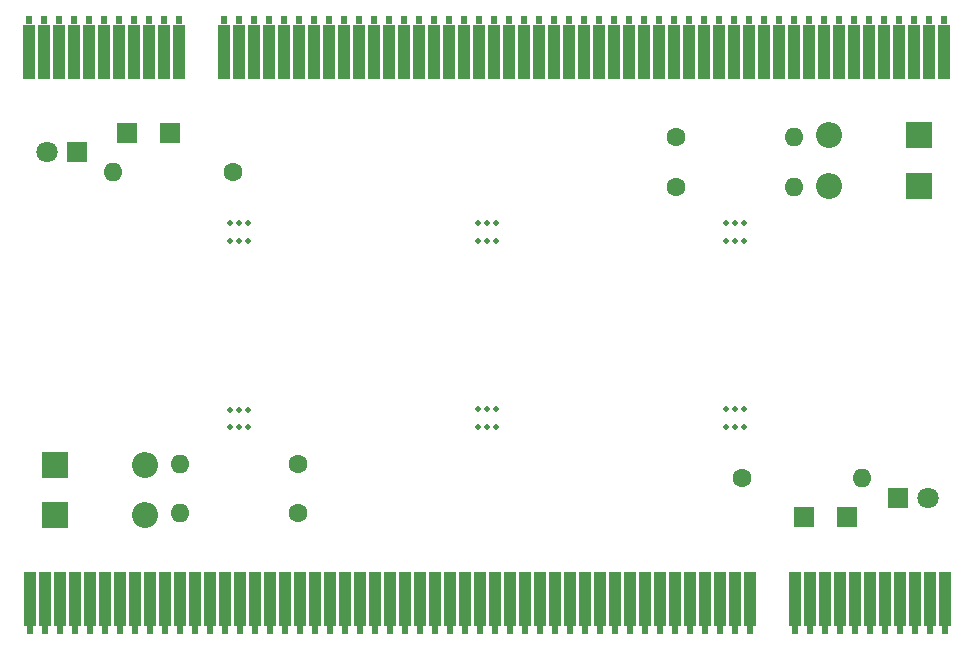
<source format=gbr>
%TF.GenerationSoftware,KiCad,Pcbnew,7.0.7*%
%TF.CreationDate,2023-11-02T08:16:26-05:00*%
%TF.ProjectId,PCI Blaster Mouse Bites,50434920-426c-4617-9374-6572204d6f75,rev?*%
%TF.SameCoordinates,Original*%
%TF.FileFunction,Soldermask,Bot*%
%TF.FilePolarity,Negative*%
%FSLAX46Y46*%
G04 Gerber Fmt 4.6, Leading zero omitted, Abs format (unit mm)*
G04 Created by KiCad (PCBNEW 7.0.7) date 2023-11-02 08:16:26*
%MOMM*%
%LPD*%
G01*
G04 APERTURE LIST*
%ADD10C,0.500000*%
%ADD11R,2.200000X2.200000*%
%ADD12O,2.200000X2.200000*%
%ADD13C,1.600000*%
%ADD14O,1.600000X1.600000*%
%ADD15R,1.020000X4.570000*%
%ADD16R,0.510000X0.760000*%
%ADD17R,1.700000X1.700000*%
%ADD18R,1.800000X1.800000*%
%ADD19C,1.800000*%
G04 APERTURE END LIST*
D10*
%TO.C,mouse-bite-2mm-slot*%
X154750000Y-79220000D03*
X154750000Y-77720000D03*
X154000000Y-79220000D03*
X154000000Y-77720000D03*
X153250000Y-79220000D03*
X153250000Y-77720000D03*
%TD*%
%TO.C,mouse-bite-2mm-slot*%
X175750000Y-79180000D03*
X175750000Y-77680000D03*
X175000000Y-79180000D03*
X175000000Y-77680000D03*
X174250000Y-79180000D03*
X174250000Y-77680000D03*
%TD*%
D11*
%TO.C,D1*%
X190583000Y-74527000D03*
D12*
X182963000Y-74527000D03*
%TD*%
D11*
%TO.C,D2*%
X190583000Y-70277000D03*
D12*
X182963000Y-70277000D03*
%TD*%
D13*
%TO.C,C2*%
X169998000Y-74602000D03*
D14*
X179998000Y-74602000D03*
%TD*%
D13*
%TO.C,C1*%
X169998000Y-70442000D03*
D14*
X179998000Y-70442000D03*
%TD*%
D10*
%TO.C,mouse-bite-2mm-slot*%
X133750000Y-79220000D03*
X133750000Y-77720000D03*
X133000000Y-79220000D03*
X133000000Y-77720000D03*
X132250000Y-79220000D03*
X132250000Y-77720000D03*
%TD*%
D15*
%TO.C,J1*%
X192683000Y-63172000D03*
D16*
X192683000Y-60512000D03*
D15*
X191413000Y-63172000D03*
D16*
X191413000Y-60512000D03*
D15*
X190153000Y-63172000D03*
D16*
X190153000Y-60512000D03*
D15*
X188873000Y-63172000D03*
D16*
X188873000Y-60512000D03*
D15*
X187603000Y-63172000D03*
D16*
X187603000Y-60512000D03*
D15*
X186333000Y-63172000D03*
D16*
X186333000Y-60512000D03*
D15*
X185063000Y-63172000D03*
D16*
X185063000Y-60512000D03*
D15*
X183793000Y-63172000D03*
D16*
X183793000Y-60512000D03*
D15*
X182523000Y-63172000D03*
D16*
X182523000Y-60512000D03*
D15*
X181253000Y-63172000D03*
D16*
X181253000Y-60512000D03*
D15*
X179983000Y-63172000D03*
D16*
X179983000Y-60512000D03*
D15*
X178723000Y-63172000D03*
D16*
X178723000Y-60512000D03*
D15*
X177443000Y-63172000D03*
D16*
X177443000Y-60512000D03*
D15*
X176173000Y-63172000D03*
D16*
X176173000Y-60512000D03*
D15*
X174903000Y-63172000D03*
D16*
X174903000Y-60512000D03*
D15*
X173633000Y-63172000D03*
D16*
X173633000Y-60512000D03*
D15*
X172363000Y-63172000D03*
D16*
X172363000Y-60512000D03*
D15*
X171093000Y-63172000D03*
D16*
X171093000Y-60512000D03*
D15*
X169833000Y-63172000D03*
D16*
X169833000Y-60512000D03*
D15*
X168553000Y-63172000D03*
D16*
X168553000Y-60512000D03*
D15*
X167293000Y-63172000D03*
D16*
X167293000Y-60512000D03*
D15*
X166013000Y-63172000D03*
D16*
X166013000Y-60512000D03*
D15*
X164743000Y-63172000D03*
D16*
X164743000Y-60512000D03*
D15*
X163473000Y-63172000D03*
D16*
X163473000Y-60512000D03*
D15*
X162203000Y-63172000D03*
D16*
X162203000Y-60512000D03*
D15*
X160933000Y-63172000D03*
D16*
X160933000Y-60512000D03*
D15*
X159663000Y-63172000D03*
D16*
X159663000Y-60512000D03*
D15*
X158393000Y-63172000D03*
D16*
X158393000Y-60512000D03*
D15*
X157123000Y-63172000D03*
D16*
X157123000Y-60512000D03*
D15*
X155853000Y-63172000D03*
D16*
X155853000Y-60512000D03*
D15*
X154583000Y-63172000D03*
D16*
X154583000Y-60512000D03*
D15*
X153313000Y-63172000D03*
D16*
X153313000Y-60512000D03*
D15*
X152043000Y-63172000D03*
D16*
X152043000Y-60512000D03*
D15*
X150773000Y-63172000D03*
D16*
X150773000Y-60512000D03*
D15*
X149503000Y-63172000D03*
D16*
X149503000Y-60512000D03*
D15*
X148233000Y-63172000D03*
D16*
X148233000Y-60512000D03*
D15*
X146963000Y-63172000D03*
D16*
X146963000Y-60512000D03*
D15*
X145693000Y-63172000D03*
D16*
X145693000Y-60512000D03*
D15*
X144423000Y-63172000D03*
D16*
X144423000Y-60512000D03*
D15*
X143153000Y-63172000D03*
D16*
X143153000Y-60512000D03*
D15*
X141883000Y-63172000D03*
D16*
X141883000Y-60512000D03*
D15*
X140613000Y-63172000D03*
D16*
X140613000Y-60512000D03*
D15*
X139343000Y-63172000D03*
D16*
X139343000Y-60512000D03*
D15*
X138073000Y-63172000D03*
D16*
X138073000Y-60512000D03*
D15*
X136803000Y-63172000D03*
D16*
X136803000Y-60512000D03*
D15*
X135533000Y-63172000D03*
D16*
X135533000Y-60512000D03*
D15*
X134263000Y-63172000D03*
D16*
X134263000Y-60512000D03*
D15*
X132993000Y-63172000D03*
D16*
X132993000Y-60512000D03*
D15*
X131723000Y-63172000D03*
D16*
X131723000Y-60512000D03*
D15*
X127913000Y-63172000D03*
D16*
X127913000Y-60512000D03*
D15*
X126643000Y-63172000D03*
D16*
X126643000Y-60512000D03*
D15*
X125373000Y-63172000D03*
D16*
X125373000Y-60512000D03*
D15*
X124103000Y-63172000D03*
D16*
X124103000Y-60512000D03*
D15*
X122833000Y-63172000D03*
D16*
X122833000Y-60512000D03*
D15*
X121563000Y-63172000D03*
D16*
X121563000Y-60512000D03*
D15*
X120293000Y-63172000D03*
D16*
X120293000Y-60512000D03*
D15*
X119023000Y-63172000D03*
D16*
X119023000Y-60512000D03*
D15*
X117753000Y-63172000D03*
D16*
X117753000Y-60512000D03*
D15*
X116483000Y-63172000D03*
D16*
X116483000Y-60512000D03*
D15*
X115223000Y-63172000D03*
D16*
X115223000Y-60512000D03*
%TD*%
D17*
%TO.C,TP2*%
X123523000Y-70057000D03*
%TD*%
%TO.C,TP1*%
X127173000Y-70097000D03*
%TD*%
D13*
%TO.C,R1*%
X132458000Y-73402000D03*
D14*
X122298000Y-73402000D03*
%TD*%
D18*
%TO.C,+3.3V*%
X119258000Y-71652000D03*
D19*
X116718000Y-71652000D03*
%TD*%
D10*
%TO.C,mouse-bite-2mm-slot*%
X154000000Y-93440000D03*
X154000000Y-94940000D03*
X154750000Y-93440000D03*
X153250000Y-93440000D03*
X153250000Y-94940000D03*
X154750000Y-94940000D03*
%TD*%
%TO.C,mouse-bite-2mm-slot*%
X175000000Y-93440000D03*
X175000000Y-94940000D03*
X175750000Y-93440000D03*
X174250000Y-93440000D03*
X174250000Y-94940000D03*
X175750000Y-94940000D03*
%TD*%
%TO.C,mouse-bite-2mm-slot*%
X133000000Y-93480000D03*
X133000000Y-94980000D03*
X133750000Y-93480000D03*
X132250000Y-93480000D03*
X132250000Y-94980000D03*
X133750000Y-94980000D03*
%TD*%
D11*
%TO.C,D2*%
X117417000Y-102383000D03*
D12*
X125037000Y-102383000D03*
%TD*%
D17*
%TO.C,TP2*%
X184477000Y-102603000D03*
%TD*%
D15*
%TO.C,J1*%
X115317000Y-109488000D03*
D16*
X115317000Y-112148000D03*
D15*
X116587000Y-109488000D03*
D16*
X116587000Y-112148000D03*
D15*
X117847000Y-109488000D03*
D16*
X117847000Y-112148000D03*
D15*
X119127000Y-109488000D03*
D16*
X119127000Y-112148000D03*
D15*
X120397000Y-109488000D03*
D16*
X120397000Y-112148000D03*
D15*
X121667000Y-109488000D03*
D16*
X121667000Y-112148000D03*
D15*
X122937000Y-109488000D03*
D16*
X122937000Y-112148000D03*
D15*
X124207000Y-109488000D03*
D16*
X124207000Y-112148000D03*
D15*
X125477000Y-109488000D03*
D16*
X125477000Y-112148000D03*
D15*
X126747000Y-109488000D03*
D16*
X126747000Y-112148000D03*
D15*
X128017000Y-109488000D03*
D16*
X128017000Y-112148000D03*
D15*
X129277000Y-109488000D03*
D16*
X129277000Y-112148000D03*
D15*
X130557000Y-109488000D03*
D16*
X130557000Y-112148000D03*
D15*
X131827000Y-109488000D03*
D16*
X131827000Y-112148000D03*
D15*
X133097000Y-109488000D03*
D16*
X133097000Y-112148000D03*
D15*
X134367000Y-109488000D03*
D16*
X134367000Y-112148000D03*
D15*
X135637000Y-109488000D03*
D16*
X135637000Y-112148000D03*
D15*
X136907000Y-109488000D03*
D16*
X136907000Y-112148000D03*
D15*
X138167000Y-109488000D03*
D16*
X138167000Y-112148000D03*
D15*
X139447000Y-109488000D03*
D16*
X139447000Y-112148000D03*
D15*
X140707000Y-109488000D03*
D16*
X140707000Y-112148000D03*
D15*
X141987000Y-109488000D03*
D16*
X141987000Y-112148000D03*
D15*
X143257000Y-109488000D03*
D16*
X143257000Y-112148000D03*
D15*
X144527000Y-109488000D03*
D16*
X144527000Y-112148000D03*
D15*
X145797000Y-109488000D03*
D16*
X145797000Y-112148000D03*
D15*
X147067000Y-109488000D03*
D16*
X147067000Y-112148000D03*
D15*
X148337000Y-109488000D03*
D16*
X148337000Y-112148000D03*
D15*
X149607000Y-109488000D03*
D16*
X149607000Y-112148000D03*
D15*
X150877000Y-109488000D03*
D16*
X150877000Y-112148000D03*
D15*
X152147000Y-109488000D03*
D16*
X152147000Y-112148000D03*
D15*
X153417000Y-109488000D03*
D16*
X153417000Y-112148000D03*
D15*
X154687000Y-109488000D03*
D16*
X154687000Y-112148000D03*
D15*
X155957000Y-109488000D03*
D16*
X155957000Y-112148000D03*
D15*
X157227000Y-109488000D03*
D16*
X157227000Y-112148000D03*
D15*
X158497000Y-109488000D03*
D16*
X158497000Y-112148000D03*
D15*
X159767000Y-109488000D03*
D16*
X159767000Y-112148000D03*
D15*
X161037000Y-109488000D03*
D16*
X161037000Y-112148000D03*
D15*
X162307000Y-109488000D03*
D16*
X162307000Y-112148000D03*
D15*
X163577000Y-109488000D03*
D16*
X163577000Y-112148000D03*
D15*
X164847000Y-109488000D03*
D16*
X164847000Y-112148000D03*
D15*
X166117000Y-109488000D03*
D16*
X166117000Y-112148000D03*
D15*
X167387000Y-109488000D03*
D16*
X167387000Y-112148000D03*
D15*
X168657000Y-109488000D03*
D16*
X168657000Y-112148000D03*
D15*
X169927000Y-109488000D03*
D16*
X169927000Y-112148000D03*
D15*
X171197000Y-109488000D03*
D16*
X171197000Y-112148000D03*
D15*
X172467000Y-109488000D03*
D16*
X172467000Y-112148000D03*
D15*
X173737000Y-109488000D03*
D16*
X173737000Y-112148000D03*
D15*
X175007000Y-109488000D03*
D16*
X175007000Y-112148000D03*
D15*
X176277000Y-109488000D03*
D16*
X176277000Y-112148000D03*
D15*
X180087000Y-109488000D03*
D16*
X180087000Y-112148000D03*
D15*
X181357000Y-109488000D03*
D16*
X181357000Y-112148000D03*
D15*
X182627000Y-109488000D03*
D16*
X182627000Y-112148000D03*
D15*
X183897000Y-109488000D03*
D16*
X183897000Y-112148000D03*
D15*
X185167000Y-109488000D03*
D16*
X185167000Y-112148000D03*
D15*
X186437000Y-109488000D03*
D16*
X186437000Y-112148000D03*
D15*
X187707000Y-109488000D03*
D16*
X187707000Y-112148000D03*
D15*
X188977000Y-109488000D03*
D16*
X188977000Y-112148000D03*
D15*
X190247000Y-109488000D03*
D16*
X190247000Y-112148000D03*
D15*
X191517000Y-109488000D03*
D16*
X191517000Y-112148000D03*
D15*
X192777000Y-109488000D03*
D16*
X192777000Y-112148000D03*
%TD*%
D18*
%TO.C,+3.3V*%
X188742000Y-101008000D03*
D19*
X191282000Y-101008000D03*
%TD*%
D13*
%TO.C,R1*%
X175542000Y-99258000D03*
D14*
X185702000Y-99258000D03*
%TD*%
D13*
%TO.C,C1*%
X138002000Y-102218000D03*
D14*
X128002000Y-102218000D03*
%TD*%
D11*
%TO.C,D1*%
X117417000Y-98133000D03*
D12*
X125037000Y-98133000D03*
%TD*%
D13*
%TO.C,C2*%
X138002000Y-98058000D03*
D14*
X128002000Y-98058000D03*
%TD*%
D17*
%TO.C,TP1*%
X180827000Y-102563000D03*
%TD*%
M02*

</source>
